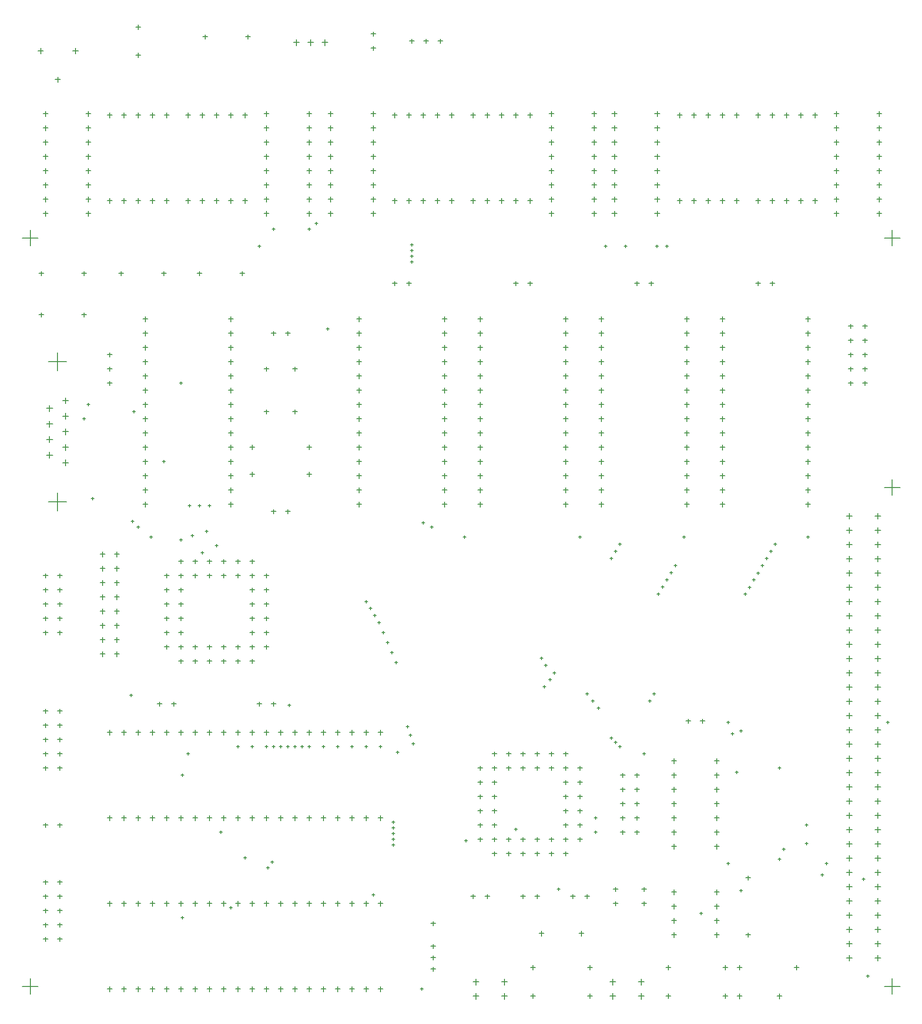
<source format=gbr>
From a29b4fd588d6f3136bfef0d5dc1ee40ead328b15 Mon Sep 17 00:00:00 2001
From: Nao Pross <naopross@thearcway.org>
Date: Tue, 23 May 2017 11:51:48 +0200
Subject: board complete, generate gerber (x2) files

this is probably the last commit before printing the PCB, unless there are some
other errors in the board design
---
 .../GerberX2/MainBoard_Drillmap_1.gbr              | 3432 ++++++++++++++++++++
 1 file changed, 3432 insertions(+)
 create mode 100644 hw/Project Outputs for z80uPC/GerberX2/MainBoard_Drillmap_1.gbr

(limited to 'hw/Project Outputs for z80uPC/GerberX2/MainBoard_Drillmap_1.gbr')

diff --git a/hw/Project Outputs for z80uPC/GerberX2/MainBoard_Drillmap_1.gbr b/hw/Project Outputs for z80uPC/GerberX2/MainBoard_Drillmap_1.gbr
new file mode 100644
index 0000000..8d7ad01
--- /dev/null
+++ b/hw/Project Outputs for z80uPC/GerberX2/MainBoard_Drillmap_1.gbr	
@@ -0,0 +1,3432 @@
+G04 Layer_Color=128*
+%FSLAX26Y26*%
+%MOIN*%
+%TF.FileFunction,Drillmap*%
+%TF.Part,Single*%
+G01*
+G75*
+%TA.AperFunction,NonConductor*%
+%ADD87C,0.005000*%
+D87*
+X195591Y6780630D02*
+X234961D01*
+X215276Y6760945D02*
+Y6800315D01*
+X439685Y6780787D02*
+X479055D01*
+X459370Y6761102D02*
+Y6800472D01*
+X315315Y6580000D02*
+X354685D01*
+X335000Y6560315D02*
+Y6599685D01*
+X269842Y4601929D02*
+X398189D01*
+X334016Y4537756D02*
+Y4666102D01*
+X269842Y3618071D02*
+X398189D01*
+X334016Y3553898D02*
+Y3682244D01*
+X368465Y3891890D02*
+X411378D01*
+X389921Y3870433D02*
+Y3913346D01*
+X256654Y3946417D02*
+X299567D01*
+X278110Y3924961D02*
+Y3967874D01*
+X368465Y4000945D02*
+X411378D01*
+X389921Y3979488D02*
+Y4022401D01*
+X256654Y4055472D02*
+X299567D01*
+X278110Y4034016D02*
+Y4076929D01*
+X368465Y4110000D02*
+X411378D01*
+X389921Y4088543D02*
+Y4131457D01*
+X256654Y4164528D02*
+X299567D01*
+X278110Y4143071D02*
+Y4185984D01*
+X368465Y4219055D02*
+X411378D01*
+X389921Y4197598D02*
+Y4240512D01*
+X256654Y4273583D02*
+X299567D01*
+X278110Y4252126D02*
+Y4295039D01*
+X368465Y4328110D02*
+X411378D01*
+X389921Y4306653D02*
+Y4349567D01*
+X3653268Y150000D02*
+X3686732D01*
+X3670000Y133268D02*
+Y166732D01*
+X4053268Y150000D02*
+X4086732D01*
+X4070000Y133268D02*
+Y166732D01*
+X5003268Y150000D02*
+X5036732D01*
+X5020000Y133268D02*
+Y166732D01*
+X4603268Y150000D02*
+X4636732D01*
+X4620000Y133268D02*
+Y166732D01*
+X5382047Y150000D02*
+X5417480D01*
+X5399764Y132284D02*
+Y167716D01*
+X5102520Y150000D02*
+X5137953D01*
+X5120236Y132284D02*
+Y167716D01*
+X3653268Y350000D02*
+X3686732D01*
+X3670000Y333268D02*
+Y366732D01*
+X4053268Y350000D02*
+X4086732D01*
+X4070000Y333268D02*
+Y366732D01*
+X5003268Y350000D02*
+X5036732D01*
+X5020000Y333268D02*
+Y366732D01*
+X4603268Y350000D02*
+X4636732D01*
+X4620000Y333268D02*
+Y366732D01*
+X3584252Y850000D02*
+X3615748D01*
+X3600000Y834252D02*
+Y865748D01*
+X3684252Y850000D02*
+X3715748D01*
+X3700000Y834252D02*
+Y865748D01*
+X3448347Y250000D02*
+X3491653D01*
+X3470000Y228346D02*
+Y271654D01*
+X3248347Y250000D02*
+X3291653D01*
+X3270000Y228346D02*
+Y271654D01*
+X3248347Y150000D02*
+X3291653D01*
+X3270000Y128346D02*
+Y171654D01*
+X3448347Y150000D02*
+X3491653D01*
+X3470000Y128346D02*
+Y171654D01*
+X4234252Y900000D02*
+X4265748D01*
+X4250000Y884252D02*
+Y915748D01*
+X4234252Y800000D02*
+X4265748D01*
+X4250000Y784252D02*
+Y815748D01*
+X5503268Y350000D02*
+X5536732D01*
+X5520000Y333268D02*
+Y366732D01*
+X5103268Y350000D02*
+X5136732D01*
+X5120000Y333268D02*
+Y366732D01*
+X4434252Y800000D02*
+X4465748D01*
+X4450000Y784252D02*
+Y815748D01*
+X4434252Y900000D02*
+X4465748D01*
+X4450000Y884252D02*
+Y915748D01*
+X1134252Y2200000D02*
+X1165748D01*
+X1150000Y2184252D02*
+Y2215748D01*
+X1034252Y2200000D02*
+X1065748D01*
+X1050000Y2184252D02*
+Y2215748D01*
+X3334252Y850000D02*
+X3365748D01*
+X3350000Y834252D02*
+Y865748D01*
+X3234252Y850000D02*
+X3265748D01*
+X3250000Y834252D02*
+Y865748D01*
+X4484252Y5150000D02*
+X4515748D01*
+X4500000Y5134252D02*
+Y5165748D01*
+X4384252Y5150000D02*
+X4415748D01*
+X4400000Y5134252D02*
+Y5165748D01*
+X2784252Y5150000D02*
+X2815748D01*
+X2800000Y5134252D02*
+Y5165748D01*
+X2684252Y5150000D02*
+X2715748D01*
+X2700000Y5134252D02*
+Y5165748D01*
+X3634252Y5150000D02*
+X3665748D01*
+X3650000Y5134252D02*
+Y5165748D01*
+X3534252Y5150000D02*
+X3565748D01*
+X3550000Y5134252D02*
+Y5165748D01*
+X1834252Y2200000D02*
+X1865748D01*
+X1850000Y2184252D02*
+Y2215748D01*
+X1734252Y2200000D02*
+X1765748D01*
+X1750000Y2184252D02*
+Y2215748D01*
+X4744252Y2080000D02*
+X4775748D01*
+X4760000Y2064252D02*
+Y2095748D01*
+X4844252Y2080000D02*
+X4875748D01*
+X4860000Y2064252D02*
+Y2095748D01*
+X3934252Y850000D02*
+X3965748D01*
+X3950000Y834252D02*
+Y865748D01*
+X4034252Y850000D02*
+X4065748D01*
+X4050000Y834252D02*
+Y865748D01*
+X234252Y1350000D02*
+X265748D01*
+X250000Y1334252D02*
+Y1365748D01*
+X5334252Y5150000D02*
+X5365748D01*
+X5350000Y5134252D02*
+Y5165748D01*
+X5234252Y5150000D02*
+X5265748D01*
+X5250000Y5134252D02*
+Y5165748D01*
+X1934252Y3550000D02*
+X1965748D01*
+X1950000Y3534252D02*
+Y3565748D01*
+X1834252Y3550000D02*
+X1865748D01*
+X1850000Y3534252D02*
+Y3565748D01*
+X4132283Y4900000D02*
+X4167717D01*
+X4150000Y4882283D02*
+Y4917717D01*
+X4132283Y4800000D02*
+X4167717D01*
+X4150000Y4782283D02*
+Y4817717D01*
+X4132283Y4700000D02*
+X4167717D01*
+X4150000Y4682283D02*
+Y4717717D01*
+X4132283Y4600000D02*
+X4167717D01*
+X4150000Y4582283D02*
+Y4617717D01*
+X4132283Y4500000D02*
+X4167717D01*
+X4150000Y4482283D02*
+Y4517717D01*
+X4132283Y4400000D02*
+X4167717D01*
+X4150000Y4382283D02*
+Y4417717D01*
+X4132283Y4300000D02*
+X4167717D01*
+X4150000Y4282283D02*
+Y4317717D01*
+X4132283Y4200000D02*
+X4167717D01*
+X4150000Y4182283D02*
+Y4217717D01*
+X4132283Y4100000D02*
+X4167717D01*
+X4150000Y4082284D02*
+Y4117717D01*
+X4132283Y4000000D02*
+X4167717D01*
+X4150000Y3982284D02*
+Y4017716D01*
+X4132283Y3900000D02*
+X4167717D01*
+X4150000Y3882284D02*
+Y3917716D01*
+X4132283Y3800000D02*
+X4167717D01*
+X4150000Y3782284D02*
+Y3817716D01*
+X4132283Y3700000D02*
+X4167717D01*
+X4150000Y3682284D02*
+Y3717716D01*
+X4132283Y3600000D02*
+X4167717D01*
+X4150000Y3582284D02*
+Y3617716D01*
+X4732283Y4900000D02*
+X4767717D01*
+X4750000Y4882283D02*
+Y4917717D01*
+X4732283Y4800000D02*
+X4767717D01*
+X4750000Y4782283D02*
+Y4817717D01*
+X4732283Y4700000D02*
+X4767717D01*
+X4750000Y4682283D02*
+Y4717717D01*
+X4732283Y4600000D02*
+X4767717D01*
+X4750000Y4582283D02*
+Y4617717D01*
+X4732283Y4500000D02*
+X4767717D01*
+X4750000Y4482283D02*
+Y4517717D01*
+X4732283Y4400000D02*
+X4767717D01*
+X4750000Y4382283D02*
+Y4417717D01*
+X4732283Y4300000D02*
+X4767717D01*
+X4750000Y4282283D02*
+Y4317717D01*
+X4732283Y4200000D02*
+X4767717D01*
+X4750000Y4182283D02*
+Y4217717D01*
+X4732283Y4100000D02*
+X4767717D01*
+X4750000Y4082284D02*
+Y4117717D01*
+X4732283Y4000000D02*
+X4767717D01*
+X4750000Y3982284D02*
+Y4017716D01*
+X4732283Y3900000D02*
+X4767717D01*
+X4750000Y3882284D02*
+Y3917716D01*
+X4732283Y3800000D02*
+X4767717D01*
+X4750000Y3782284D02*
+Y3817716D01*
+X4732283Y3700000D02*
+X4767717D01*
+X4750000Y3682284D02*
+Y3717716D01*
+X4732283Y3600000D02*
+X4767717D01*
+X4750000Y3582284D02*
+Y3617716D01*
+X2432284Y4900000D02*
+X2467716D01*
+X2450000Y4882283D02*
+Y4917717D01*
+X2432284Y4800000D02*
+X2467716D01*
+X2450000Y4782283D02*
+Y4817717D01*
+X2432284Y4700000D02*
+X2467716D01*
+X2450000Y4682283D02*
+Y4717717D01*
+X2432284Y4600000D02*
+X2467716D01*
+X2450000Y4582283D02*
+Y4617717D01*
+X2432284Y4500000D02*
+X2467716D01*
+X2450000Y4482283D02*
+Y4517717D01*
+X2432284Y4400000D02*
+X2467716D01*
+X2450000Y4382283D02*
+Y4417717D01*
+X2432284Y4300000D02*
+X2467716D01*
+X2450000Y4282283D02*
+Y4317717D01*
+X2432284Y4200000D02*
+X2467716D01*
+X2450000Y4182283D02*
+Y4217717D01*
+X2432284Y4100000D02*
+X2467716D01*
+X2450000Y4082284D02*
+Y4117717D01*
+X2432284Y4000000D02*
+X2467716D01*
+X2450000Y3982284D02*
+Y4017716D01*
+X2432284Y3900000D02*
+X2467716D01*
+X2450000Y3882284D02*
+Y3917716D01*
+X2432284Y3800000D02*
+X2467716D01*
+X2450000Y3782284D02*
+Y3817716D01*
+X2432284Y3700000D02*
+X2467716D01*
+X2450000Y3682284D02*
+Y3717716D01*
+X2432284Y3600000D02*
+X2467716D01*
+X2450000Y3582284D02*
+Y3617716D01*
+X3032284Y4900000D02*
+X3067716D01*
+X3050000Y4882283D02*
+Y4917717D01*
+X3032284Y4800000D02*
+X3067716D01*
+X3050000Y4782283D02*
+Y4817717D01*
+X3032284Y4700000D02*
+X3067716D01*
+X3050000Y4682283D02*
+Y4717717D01*
+X3032284Y4600000D02*
+X3067716D01*
+X3050000Y4582283D02*
+Y4617717D01*
+X3032284Y4500000D02*
+X3067716D01*
+X3050000Y4482283D02*
+Y4517717D01*
+X3032284Y4400000D02*
+X3067716D01*
+X3050000Y4382283D02*
+Y4417717D01*
+X3032284Y4300000D02*
+X3067716D01*
+X3050000Y4282283D02*
+Y4317717D01*
+X3032284Y4200000D02*
+X3067716D01*
+X3050000Y4182283D02*
+Y4217717D01*
+X3032284Y4100000D02*
+X3067716D01*
+X3050000Y4082284D02*
+Y4117717D01*
+X3032284Y4000000D02*
+X3067716D01*
+X3050000Y3982284D02*
+Y4017716D01*
+X3032284Y3900000D02*
+X3067716D01*
+X3050000Y3882284D02*
+Y3917716D01*
+X3032284Y3800000D02*
+X3067716D01*
+X3050000Y3782284D02*
+Y3817716D01*
+X3032284Y3700000D02*
+X3067716D01*
+X3050000Y3682284D02*
+Y3717716D01*
+X3032284Y3600000D02*
+X3067716D01*
+X3050000Y3582284D02*
+Y3617716D01*
+X1384252Y2600000D02*
+X1415748D01*
+X1400000Y2584252D02*
+Y2615748D01*
+X1484252Y2500000D02*
+X1515748D01*
+X1500000Y2484252D02*
+Y2515748D01*
+X1484252Y2600000D02*
+X1515748D01*
+X1500000Y2584252D02*
+Y2615748D01*
+X1584252Y2500000D02*
+X1615748D01*
+X1600000Y2484252D02*
+Y2515748D01*
+X1584252Y2600000D02*
+X1615748D01*
+X1600000Y2584252D02*
+Y2615748D01*
+X1684252Y2500000D02*
+X1715748D01*
+X1700000Y2484252D02*
+Y2515748D01*
+X1784252Y2600000D02*
+X1815748D01*
+X1800000Y2584252D02*
+Y2615748D01*
+X1684252Y2600000D02*
+X1715748D01*
+X1700000Y2584252D02*
+Y2615748D01*
+X1784252Y2700000D02*
+X1815748D01*
+X1800000Y2684252D02*
+Y2715748D01*
+X1684252Y2700000D02*
+X1715748D01*
+X1700000Y2684252D02*
+Y2715748D01*
+X1784252Y2800000D02*
+X1815748D01*
+X1800000Y2784252D02*
+Y2815748D01*
+X1684252Y2800000D02*
+X1715748D01*
+X1700000Y2784252D02*
+Y2815748D01*
+X1784252Y2900000D02*
+X1815748D01*
+X1800000Y2884252D02*
+Y2915748D01*
+X1684252Y2900000D02*
+X1715748D01*
+X1700000Y2884252D02*
+Y2915748D01*
+X1784252Y3000000D02*
+X1815748D01*
+X1800000Y2984252D02*
+Y3015748D01*
+X1684252Y3000000D02*
+X1715748D01*
+X1700000Y2984252D02*
+Y3015748D01*
+X1784252Y3100000D02*
+X1815748D01*
+X1800000Y3084252D02*
+Y3115748D01*
+X1684252Y3200000D02*
+X1715748D01*
+X1700000Y3184252D02*
+Y3215748D01*
+X1684252Y3100000D02*
+X1715748D01*
+X1700000Y3084252D02*
+Y3115748D01*
+X1584252Y3200000D02*
+X1615748D01*
+X1600000Y3184252D02*
+Y3215748D01*
+X1584252Y3100000D02*
+X1615748D01*
+X1600000Y3084252D02*
+Y3115748D01*
+X1484252Y3200000D02*
+X1515748D01*
+X1500000Y3184252D02*
+Y3215748D01*
+X1484252Y3100000D02*
+X1515748D01*
+X1500000Y3084252D02*
+Y3115748D01*
+X1384252Y3200000D02*
+X1415748D01*
+X1400000Y3184252D02*
+Y3215748D01*
+X1384252Y3100000D02*
+X1415748D01*
+X1400000Y3084252D02*
+Y3115748D01*
+X1184252Y3000000D02*
+X1215748D01*
+X1200000Y2984252D02*
+Y3015748D01*
+X1184252Y2900000D02*
+X1215748D01*
+X1200000Y2884252D02*
+Y2915748D01*
+X1184252Y3100000D02*
+X1215748D01*
+X1200000Y3084252D02*
+Y3115748D01*
+X1284252Y3200000D02*
+X1315748D01*
+X1300000Y3184252D02*
+Y3215748D01*
+X1284252Y3100000D02*
+X1315748D01*
+X1300000Y3084252D02*
+Y3115748D01*
+X1184252Y3200000D02*
+X1215748D01*
+X1200000Y3184252D02*
+Y3215748D01*
+X1284252Y2600000D02*
+X1315748D01*
+X1300000Y2584252D02*
+Y2615748D01*
+X1084252Y3100000D02*
+X1115748D01*
+X1100000Y3084252D02*
+Y3115748D01*
+X1284252Y2500000D02*
+X1315748D01*
+X1300000Y2484252D02*
+Y2515748D01*
+X1084252Y3000000D02*
+X1115748D01*
+X1100000Y2984252D02*
+Y3015748D01*
+X1084252Y2900000D02*
+X1115748D01*
+X1100000Y2884252D02*
+Y2915748D01*
+X1184252Y2800000D02*
+X1215748D01*
+X1200000Y2784252D02*
+Y2815748D01*
+X1184252Y2700000D02*
+X1215748D01*
+X1200000Y2684252D02*
+Y2715748D01*
+X1084252Y2800000D02*
+X1115748D01*
+X1100000Y2784252D02*
+Y2815748D01*
+X1184252Y2600000D02*
+X1215748D01*
+X1200000Y2584252D02*
+Y2615748D01*
+X1084252Y2700000D02*
+X1115748D01*
+X1100000Y2684252D02*
+Y2715748D01*
+X1084252Y2600000D02*
+X1115748D01*
+X1100000Y2584252D02*
+Y2615748D01*
+X1184252Y2500000D02*
+X1215748D01*
+X1200000Y2484252D02*
+Y2515748D01*
+X1384252Y2500000D02*
+X1415748D01*
+X1400000Y2484252D02*
+Y2515748D01*
+X1314252Y5220000D02*
+X1345748D01*
+X1330000Y5204252D02*
+Y5235748D01*
+X1614252Y5220000D02*
+X1645748D01*
+X1630000Y5204252D02*
+Y5235748D01*
+X764252Y5220000D02*
+X795748D01*
+X780000Y5204252D02*
+Y5235748D01*
+X1064252Y5220000D02*
+X1095748D01*
+X1080000Y5204252D02*
+Y5235748D01*
+X4982283Y4900000D02*
+X5017717D01*
+X5000000Y4882283D02*
+Y4917717D01*
+X4982283Y4800000D02*
+X5017717D01*
+X5000000Y4782283D02*
+Y4817717D01*
+X4982283Y4700000D02*
+X5017717D01*
+X5000000Y4682283D02*
+Y4717717D01*
+X4982283Y4600000D02*
+X5017717D01*
+X5000000Y4582283D02*
+Y4617717D01*
+X4982283Y4500000D02*
+X5017717D01*
+X5000000Y4482283D02*
+Y4517717D01*
+X4982283Y4400000D02*
+X5017717D01*
+X5000000Y4382283D02*
+Y4417717D01*
+X4982283Y4300000D02*
+X5017717D01*
+X5000000Y4282283D02*
+Y4317717D01*
+X4982283Y4200000D02*
+X5017717D01*
+X5000000Y4182283D02*
+Y4217717D01*
+X4982283Y4100000D02*
+X5017717D01*
+X5000000Y4082284D02*
+Y4117717D01*
+X4982283Y4000000D02*
+X5017717D01*
+X5000000Y3982284D02*
+Y4017716D01*
+X4982283Y3900000D02*
+X5017717D01*
+X5000000Y3882284D02*
+Y3917716D01*
+X4982283Y3800000D02*
+X5017717D01*
+X5000000Y3782284D02*
+Y3817716D01*
+X4982283Y3700000D02*
+X5017717D01*
+X5000000Y3682284D02*
+Y3717716D01*
+X4982283Y3600000D02*
+X5017717D01*
+X5000000Y3582284D02*
+Y3617716D01*
+X5582283Y4900000D02*
+X5617717D01*
+X5600000Y4882283D02*
+Y4917717D01*
+X5582283Y4800000D02*
+X5617717D01*
+X5600000Y4782283D02*
+Y4817717D01*
+X5582283Y4700000D02*
+X5617717D01*
+X5600000Y4682283D02*
+Y4717717D01*
+X5582283Y4600000D02*
+X5617717D01*
+X5600000Y4582283D02*
+Y4617717D01*
+X5582283Y4500000D02*
+X5617717D01*
+X5600000Y4482283D02*
+Y4517717D01*
+X5582283Y4400000D02*
+X5617717D01*
+X5600000Y4382283D02*
+Y4417717D01*
+X5582283Y4300000D02*
+X5617717D01*
+X5600000Y4282283D02*
+Y4317717D01*
+X5582283Y4200000D02*
+X5617717D01*
+X5600000Y4182283D02*
+Y4217717D01*
+X5582283Y4100000D02*
+X5617717D01*
+X5600000Y4082284D02*
+Y4117717D01*
+X5582283Y4000000D02*
+X5617717D01*
+X5600000Y3982284D02*
+Y4017716D01*
+X5582283Y3900000D02*
+X5617717D01*
+X5600000Y3882284D02*
+Y3917716D01*
+X5582283Y3800000D02*
+X5617717D01*
+X5600000Y3782284D02*
+Y3817716D01*
+X5582283Y3700000D02*
+X5617717D01*
+X5600000Y3682284D02*
+Y3717716D01*
+X5582283Y3600000D02*
+X5617717D01*
+X5600000Y3582284D02*
+Y3617716D01*
+X504252Y5220000D02*
+X535748D01*
+X520000Y5204252D02*
+Y5235748D01*
+X204252Y5220000D02*
+X235748D01*
+X220000Y5204252D02*
+Y5235748D01*
+X204252Y4930000D02*
+X235748D01*
+X220000Y4914252D02*
+Y4945748D01*
+X504252Y4930000D02*
+X535748D01*
+X520000Y4914252D02*
+Y4945748D01*
+X684252Y4450000D02*
+X715748D01*
+X700000Y4434252D02*
+Y4465748D01*
+X684252Y4550000D02*
+X715748D01*
+X700000Y4534252D02*
+Y4565748D01*
+X684252Y4650000D02*
+X715748D01*
+X700000Y4634252D02*
+Y4665748D01*
+X334252Y2700000D02*
+X365748D01*
+X350000Y2684252D02*
+Y2715748D01*
+X234252Y2700000D02*
+X265748D01*
+X250000Y2684252D02*
+Y2715748D01*
+X334252Y2800000D02*
+X365748D01*
+X350000Y2784252D02*
+Y2815748D01*
+X234252Y2800000D02*
+X265748D01*
+X250000Y2784252D02*
+Y2815748D01*
+X334252Y2900000D02*
+X365748D01*
+X350000Y2884252D02*
+Y2915748D01*
+X234252Y2900000D02*
+X265748D01*
+X250000Y2884252D02*
+Y2915748D01*
+X334252Y3000000D02*
+X365748D01*
+X350000Y2984252D02*
+Y3015748D01*
+X234252Y3000000D02*
+X265748D01*
+X250000Y2984252D02*
+Y3015748D01*
+X334252Y3100000D02*
+X365748D01*
+X350000Y3084252D02*
+Y3115748D01*
+X234252Y3100000D02*
+X265748D01*
+X250000Y3084252D02*
+Y3115748D01*
+X2582284Y800000D02*
+X2617716D01*
+X2600000Y782284D02*
+Y817716D01*
+X2482284Y800000D02*
+X2517716D01*
+X2500000Y782284D02*
+Y817716D01*
+X2382284Y800000D02*
+X2417716D01*
+X2400000Y782284D02*
+Y817716D01*
+X2282284Y800000D02*
+X2317716D01*
+X2300000Y782284D02*
+Y817716D01*
+X2182284Y800000D02*
+X2217716D01*
+X2200000Y782284D02*
+Y817716D01*
+X2082284Y800000D02*
+X2117716D01*
+X2100000Y782284D02*
+Y817716D01*
+X1982284Y800000D02*
+X2017716D01*
+X2000000Y782284D02*
+Y817716D01*
+X1882284Y800000D02*
+X1917716D01*
+X1900000Y782284D02*
+Y817716D01*
+X1782284Y800000D02*
+X1817716D01*
+X1800000Y782284D02*
+Y817716D01*
+X1682284Y800000D02*
+X1717716D01*
+X1700000Y782284D02*
+Y817716D01*
+X1582284Y800000D02*
+X1617716D01*
+X1600000Y782284D02*
+Y817716D01*
+X1482284Y800000D02*
+X1517716D01*
+X1500000Y782284D02*
+Y817716D01*
+X1382284Y800000D02*
+X1417716D01*
+X1400000Y782284D02*
+Y817716D01*
+X1282284Y800000D02*
+X1317716D01*
+X1300000Y782284D02*
+Y817716D01*
+X1182284Y800000D02*
+X1217716D01*
+X1200000Y782284D02*
+Y817716D01*
+X1082284Y800000D02*
+X1117716D01*
+X1100000Y782284D02*
+Y817716D01*
+X982284Y800000D02*
+X1017716D01*
+X1000000Y782284D02*
+Y817716D01*
+X882284Y800000D02*
+X917716D01*
+X900000Y782284D02*
+Y817716D01*
+X782284Y800000D02*
+X817716D01*
+X800000Y782284D02*
+Y817716D01*
+X682284Y800000D02*
+X717716D01*
+X700000Y782284D02*
+Y817716D01*
+X2582284Y200000D02*
+X2617716D01*
+X2600000Y182284D02*
+Y217716D01*
+X2482284Y200000D02*
+X2517716D01*
+X2500000Y182284D02*
+Y217716D01*
+X2382284Y200000D02*
+X2417716D01*
+X2400000Y182284D02*
+Y217716D01*
+X2282284Y200000D02*
+X2317716D01*
+X2300000Y182284D02*
+Y217716D01*
+X2182284Y200000D02*
+X2217716D01*
+X2200000Y182284D02*
+Y217716D01*
+X2082284Y200000D02*
+X2117716D01*
+X2100000Y182284D02*
+Y217716D01*
+X1982284Y200000D02*
+X2017716D01*
+X2000000Y182284D02*
+Y217716D01*
+X1882284Y200000D02*
+X1917716D01*
+X1900000Y182284D02*
+Y217716D01*
+X1782284Y200000D02*
+X1817716D01*
+X1800000Y182284D02*
+Y217716D01*
+X1682284Y200000D02*
+X1717716D01*
+X1700000Y182284D02*
+Y217716D01*
+X1582284Y200000D02*
+X1617716D01*
+X1600000Y182284D02*
+Y217716D01*
+X1482284Y200000D02*
+X1517716D01*
+X1500000Y182284D02*
+Y217716D01*
+X1382284Y200000D02*
+X1417716D01*
+X1400000Y182284D02*
+Y217716D01*
+X1282284Y200000D02*
+X1317716D01*
+X1300000Y182284D02*
+Y217716D01*
+X1182284Y200000D02*
+X1217716D01*
+X1200000Y182284D02*
+Y217716D01*
+X1082284Y200000D02*
+X1117716D01*
+X1100000Y182284D02*
+Y217716D01*
+X982284Y200000D02*
+X1017716D01*
+X1000000Y182284D02*
+Y217716D01*
+X882284Y200000D02*
+X917716D01*
+X900000Y182284D02*
+Y217716D01*
+X782284Y200000D02*
+X817716D01*
+X800000Y182284D02*
+Y217716D01*
+X682284Y200000D02*
+X717716D01*
+X700000Y182284D02*
+Y217716D01*
+X234252Y2150000D02*
+X265748D01*
+X250000Y2134252D02*
+Y2165748D01*
+X334252Y2150000D02*
+X365748D01*
+X350000Y2134252D02*
+Y2165748D01*
+X234252Y2050000D02*
+X265748D01*
+X250000Y2034252D02*
+Y2065748D01*
+X334252Y2050000D02*
+X365748D01*
+X350000Y2034252D02*
+Y2065748D01*
+X234252Y1950000D02*
+X265748D01*
+X250000Y1934252D02*
+Y1965748D01*
+X334252Y1950000D02*
+X365748D01*
+X350000Y1934252D02*
+Y1965748D01*
+X234252Y1850000D02*
+X265748D01*
+X250000Y1834252D02*
+Y1865748D01*
+X334252Y1850000D02*
+X365748D01*
+X350000Y1834252D02*
+Y1865748D01*
+X234252Y1750000D02*
+X265748D01*
+X250000Y1734252D02*
+Y1765748D01*
+X334252Y1750000D02*
+X365748D01*
+X350000Y1734252D02*
+Y1765748D01*
+X234252Y950000D02*
+X265748D01*
+X250000Y934252D02*
+Y965748D01*
+X334252Y950000D02*
+X365748D01*
+X350000Y934252D02*
+Y965748D01*
+X234252Y850000D02*
+X265748D01*
+X250000Y834252D02*
+Y865748D01*
+X334252Y850000D02*
+X365748D01*
+X350000Y834252D02*
+Y865748D01*
+X234252Y750000D02*
+X265748D01*
+X250000Y734252D02*
+Y765748D01*
+X334252Y750000D02*
+X365748D01*
+X350000Y734252D02*
+Y765748D01*
+X234252Y650000D02*
+X265748D01*
+X250000Y634252D02*
+Y665748D01*
+X334252Y650000D02*
+X365748D01*
+X350000Y634252D02*
+Y665748D01*
+X234252Y550000D02*
+X265748D01*
+X250000Y534252D02*
+Y565748D01*
+X334252Y550000D02*
+X365748D01*
+X350000Y534252D02*
+Y565748D01*
+X6082283Y5640000D02*
+X6117717D01*
+X6100000Y5622283D02*
+Y5657717D01*
+X6082283Y5740000D02*
+X6117717D01*
+X6100000Y5722283D02*
+Y5757717D01*
+X6082283Y5840000D02*
+X6117717D01*
+X6100000Y5822283D02*
+Y5857717D01*
+X6082283Y5940000D02*
+X6117717D01*
+X6100000Y5922283D02*
+Y5957717D01*
+X6082283Y6040000D02*
+X6117717D01*
+X6100000Y6022283D02*
+Y6057717D01*
+X6082283Y6140000D02*
+X6117717D01*
+X6100000Y6122283D02*
+Y6157717D01*
+X6082283Y6240000D02*
+X6117717D01*
+X6100000Y6222283D02*
+Y6257717D01*
+X6082283Y6340000D02*
+X6117717D01*
+X6100000Y6322283D02*
+Y6357717D01*
+X5782283Y5640000D02*
+X5817717D01*
+X5800000Y5622283D02*
+Y5657717D01*
+X5782283Y5740000D02*
+X5817717D01*
+X5800000Y5722283D02*
+Y5757717D01*
+X5782283Y5840000D02*
+X5817717D01*
+X5800000Y5822283D02*
+Y5857717D01*
+X5782283Y5940000D02*
+X5817717D01*
+X5800000Y5922283D02*
+Y5957717D01*
+X5782283Y6040000D02*
+X5817717D01*
+X5800000Y6022283D02*
+Y6057717D01*
+X5782283Y6140000D02*
+X5817717D01*
+X5800000Y6122283D02*
+Y6157717D01*
+X5782283Y6240000D02*
+X5817717D01*
+X5800000Y6222283D02*
+Y6257717D01*
+X5782283Y6340000D02*
+X5817717D01*
+X5800000Y6322283D02*
+Y6357717D01*
+X5232283Y5730000D02*
+X5267717D01*
+X5250000Y5712283D02*
+Y5747717D01*
+X5332283Y5730000D02*
+X5367717D01*
+X5350000Y5712283D02*
+Y5747717D01*
+X5432283Y5730000D02*
+X5467717D01*
+X5450000Y5712283D02*
+Y5747717D01*
+X5532283Y5730000D02*
+X5567717D01*
+X5550000Y5712283D02*
+Y5747717D01*
+X5632283Y5730000D02*
+X5667717D01*
+X5650000Y5712283D02*
+Y5747717D01*
+X5232283Y6330000D02*
+X5267717D01*
+X5250000Y6312283D02*
+Y6347717D01*
+X5332283Y6330000D02*
+X5367717D01*
+X5350000Y6312283D02*
+Y6347717D01*
+X5432283Y6330000D02*
+X5467717D01*
+X5450000Y6312283D02*
+Y6347717D01*
+X5532283Y6330000D02*
+X5567717D01*
+X5550000Y6312283D02*
+Y6347717D01*
+X5632283Y6330000D02*
+X5667717D01*
+X5650000Y6312283D02*
+Y6347717D01*
+X4524045Y5640000D02*
+X4559478D01*
+X4541762Y5622283D02*
+Y5657717D01*
+X4524045Y5740000D02*
+X4559478D01*
+X4541762Y5722283D02*
+Y5757717D01*
+X4524045Y5840000D02*
+X4559478D01*
+X4541762Y5822283D02*
+Y5857717D01*
+X4524045Y5940000D02*
+X4559478D01*
+X4541762Y5922283D02*
+Y5957717D01*
+X4524045Y6040000D02*
+X4559478D01*
+X4541762Y6022283D02*
+Y6057717D01*
+X4524045Y6140000D02*
+X4559478D01*
+X4541762Y6122283D02*
+Y6157717D01*
+X4524045Y6240000D02*
+X4559478D01*
+X4541762Y6222283D02*
+Y6257717D01*
+X4524045Y6340000D02*
+X4559478D01*
+X4541762Y6322283D02*
+Y6357717D01*
+X4224045Y5640000D02*
+X4259478D01*
+X4241762Y5622283D02*
+Y5657717D01*
+X4224045Y5740000D02*
+X4259478D01*
+X4241762Y5722283D02*
+Y5757717D01*
+X4224045Y5840000D02*
+X4259478D01*
+X4241762Y5822283D02*
+Y5857717D01*
+X4224045Y5940000D02*
+X4259478D01*
+X4241762Y5922283D02*
+Y5957717D01*
+X4224045Y6040000D02*
+X4259478D01*
+X4241762Y6022283D02*
+Y6057717D01*
+X4224045Y6140000D02*
+X4259478D01*
+X4241762Y6122283D02*
+Y6157717D01*
+X4224045Y6240000D02*
+X4259478D01*
+X4241762Y6222283D02*
+Y6257717D01*
+X4224045Y6340000D02*
+X4259478D01*
+X4241762Y6322283D02*
+Y6357717D01*
+X4682283Y5730000D02*
+X4717717D01*
+X4700000Y5712283D02*
+Y5747717D01*
+X4782283Y5730000D02*
+X4817717D01*
+X4800000Y5712283D02*
+Y5747717D01*
+X4882283Y5730000D02*
+X4917717D01*
+X4900000Y5712283D02*
+Y5747717D01*
+X4982283Y5730000D02*
+X5017717D01*
+X5000000Y5712283D02*
+Y5747717D01*
+X5082283Y5730000D02*
+X5117717D01*
+X5100000Y5712283D02*
+Y5747717D01*
+X4682283Y6330000D02*
+X4717717D01*
+X4700000Y6312283D02*
+Y6347717D01*
+X4782283Y6330000D02*
+X4817717D01*
+X4800000Y6312283D02*
+Y6347717D01*
+X4882283Y6330000D02*
+X4917717D01*
+X4900000Y6312283D02*
+Y6347717D01*
+X4982283Y6330000D02*
+X5017717D01*
+X5000000Y6312283D02*
+Y6347717D01*
+X5082283Y6330000D02*
+X5117717D01*
+X5100000Y6312283D02*
+Y6347717D01*
+X2082284Y5640000D02*
+X2117716D01*
+X2100000Y5622283D02*
+Y5657717D01*
+X2082284Y5740000D02*
+X2117716D01*
+X2100000Y5722283D02*
+Y5757717D01*
+X2082284Y5840000D02*
+X2117716D01*
+X2100000Y5822283D02*
+Y5857717D01*
+X2082284Y5940000D02*
+X2117716D01*
+X2100000Y5922283D02*
+Y5957717D01*
+X2082284Y6040000D02*
+X2117716D01*
+X2100000Y6022283D02*
+Y6057717D01*
+X2082284Y6140000D02*
+X2117716D01*
+X2100000Y6122283D02*
+Y6157717D01*
+X2082284Y6240000D02*
+X2117716D01*
+X2100000Y6222283D02*
+Y6257717D01*
+X2082284Y6340000D02*
+X2117716D01*
+X2100000Y6322283D02*
+Y6357717D01*
+X1782284Y5640000D02*
+X1817716D01*
+X1800000Y5622283D02*
+Y5657717D01*
+X1782284Y5740000D02*
+X1817716D01*
+X1800000Y5722283D02*
+Y5757717D01*
+X1782284Y5840000D02*
+X1817716D01*
+X1800000Y5822283D02*
+Y5857717D01*
+X1782284Y5940000D02*
+X1817716D01*
+X1800000Y5922283D02*
+Y5957717D01*
+X1782284Y6040000D02*
+X1817716D01*
+X1800000Y6022283D02*
+Y6057717D01*
+X1782284Y6140000D02*
+X1817716D01*
+X1800000Y6122283D02*
+Y6157717D01*
+X1782284Y6240000D02*
+X1817716D01*
+X1800000Y6222283D02*
+Y6257717D01*
+X1782284Y6340000D02*
+X1817716D01*
+X1800000Y6322283D02*
+Y6357717D01*
+X1232284Y5730000D02*
+X1267716D01*
+X1250000Y5712283D02*
+Y5747717D01*
+X1332284Y5730000D02*
+X1367716D01*
+X1350000Y5712283D02*
+Y5747717D01*
+X1432284Y5730000D02*
+X1467716D01*
+X1450000Y5712283D02*
+Y5747717D01*
+X1532284Y5730000D02*
+X1567716D01*
+X1550000Y5712283D02*
+Y5747717D01*
+X1632284Y5730000D02*
+X1667716D01*
+X1650000Y5712283D02*
+Y5747717D01*
+X1232284Y6330000D02*
+X1267716D01*
+X1250000Y6312283D02*
+Y6347717D01*
+X1332284Y6330000D02*
+X1367716D01*
+X1350000Y6312283D02*
+Y6347717D01*
+X1432284Y6330000D02*
+X1467716D01*
+X1450000Y6312283D02*
+Y6347717D01*
+X1532284Y6330000D02*
+X1567716D01*
+X1550000Y6312283D02*
+Y6347717D01*
+X1632284Y6330000D02*
+X1667716D01*
+X1650000Y6312283D02*
+Y6347717D01*
+X532284Y5640000D02*
+X567716D01*
+X550000Y5622283D02*
+Y5657717D01*
+X532284Y5740000D02*
+X567716D01*
+X550000Y5722283D02*
+Y5757717D01*
+X532284Y5840000D02*
+X567716D01*
+X550000Y5822283D02*
+Y5857717D01*
+X532284Y5940000D02*
+X567716D01*
+X550000Y5922283D02*
+Y5957717D01*
+X532284Y6040000D02*
+X567716D01*
+X550000Y6022283D02*
+Y6057717D01*
+X532284Y6140000D02*
+X567716D01*
+X550000Y6122283D02*
+Y6157717D01*
+X532284Y6240000D02*
+X567716D01*
+X550000Y6222283D02*
+Y6257717D01*
+X532284Y6340000D02*
+X567716D01*
+X550000Y6322283D02*
+Y6357717D01*
+X232284Y5640000D02*
+X267716D01*
+X250000Y5622283D02*
+Y5657717D01*
+X232284Y5740000D02*
+X267716D01*
+X250000Y5722283D02*
+Y5757717D01*
+X232284Y5840000D02*
+X267716D01*
+X250000Y5822283D02*
+Y5857717D01*
+X232284Y5940000D02*
+X267716D01*
+X250000Y5922283D02*
+Y5957717D01*
+X232284Y6040000D02*
+X267716D01*
+X250000Y6022283D02*
+Y6057717D01*
+X232284Y6140000D02*
+X267716D01*
+X250000Y6122283D02*
+Y6157717D01*
+X232284Y6240000D02*
+X267716D01*
+X250000Y6222283D02*
+Y6257717D01*
+X232284Y6340000D02*
+X267716D01*
+X250000Y6322283D02*
+Y6357717D01*
+X682284Y5730000D02*
+X717716D01*
+X700000Y5712283D02*
+Y5747717D01*
+X782284Y5730000D02*
+X817716D01*
+X800000Y5712283D02*
+Y5747717D01*
+X882284Y5730000D02*
+X917716D01*
+X900000Y5712283D02*
+Y5747717D01*
+X982284Y5730000D02*
+X1017716D01*
+X1000000Y5712283D02*
+Y5747717D01*
+X1082284Y5730000D02*
+X1117716D01*
+X1100000Y5712283D02*
+Y5747717D01*
+X682284Y6330000D02*
+X717716D01*
+X700000Y6312283D02*
+Y6347717D01*
+X782284Y6330000D02*
+X817716D01*
+X800000Y6312283D02*
+Y6347717D01*
+X882284Y6330000D02*
+X917716D01*
+X900000Y6312283D02*
+Y6347717D01*
+X982284Y6330000D02*
+X1017716D01*
+X1000000Y6312283D02*
+Y6347717D01*
+X1082284Y6330000D02*
+X1117716D01*
+X1100000Y6312283D02*
+Y6347717D01*
+X1834252Y4800000D02*
+X1865748D01*
+X1850000Y4784252D02*
+Y4815748D01*
+X1934252Y4800000D02*
+X1965748D01*
+X1950000Y4784252D02*
+Y4815748D01*
+X2083268Y4000000D02*
+X2116732D01*
+X2100000Y3983268D02*
+Y4016732D01*
+X1683268Y4000000D02*
+X1716732D01*
+X1700000Y3983268D02*
+Y4016732D01*
+X1984252Y4550000D02*
+X2015748D01*
+X2000000Y4534252D02*
+Y4565748D01*
+X1784252Y4550000D02*
+X1815748D01*
+X1800000Y4534252D02*
+Y4565748D01*
+X3232284Y5730000D02*
+X3267716D01*
+X3250000Y5712283D02*
+Y5747717D01*
+X3332284Y5730000D02*
+X3367716D01*
+X3350000Y5712283D02*
+Y5747717D01*
+X3432284Y5730000D02*
+X3467716D01*
+X3450000Y5712283D02*
+Y5747717D01*
+X3532284Y5730000D02*
+X3567716D01*
+X3550000Y5712283D02*
+Y5747717D01*
+X3632284Y5730000D02*
+X3667716D01*
+X3650000Y5712283D02*
+Y5747717D01*
+X3232284Y6330000D02*
+X3267716D01*
+X3250000Y6312283D02*
+Y6347717D01*
+X3332284Y6330000D02*
+X3367716D01*
+X3350000Y6312283D02*
+Y6347717D01*
+X3432284Y6330000D02*
+X3467716D01*
+X3450000Y6312283D02*
+Y6347717D01*
+X3532284Y6330000D02*
+X3567716D01*
+X3550000Y6312283D02*
+Y6347717D01*
+X3632284Y6330000D02*
+X3667716D01*
+X3650000Y6312283D02*
+Y6347717D01*
+X4082284Y5640000D02*
+X4117717D01*
+X4100000Y5622283D02*
+Y5657717D01*
+X4082284Y5740000D02*
+X4117717D01*
+X4100000Y5722283D02*
+Y5757717D01*
+X4082284Y5840000D02*
+X4117717D01*
+X4100000Y5822283D02*
+Y5857717D01*
+X4082284Y5940000D02*
+X4117717D01*
+X4100000Y5922283D02*
+Y5957717D01*
+X4082284Y6040000D02*
+X4117717D01*
+X4100000Y6022283D02*
+Y6057717D01*
+X4082284Y6140000D02*
+X4117717D01*
+X4100000Y6122283D02*
+Y6157717D01*
+X4082284Y6240000D02*
+X4117717D01*
+X4100000Y6222283D02*
+Y6257717D01*
+X4082284Y6340000D02*
+X4117717D01*
+X4100000Y6322283D02*
+Y6357717D01*
+X3782284Y5640000D02*
+X3817716D01*
+X3800000Y5622283D02*
+Y5657717D01*
+X3782284Y5740000D02*
+X3817716D01*
+X3800000Y5722283D02*
+Y5757717D01*
+X3782284Y5840000D02*
+X3817716D01*
+X3800000Y5822283D02*
+Y5857717D01*
+X3782284Y5940000D02*
+X3817716D01*
+X3800000Y5922283D02*
+Y5957717D01*
+X3782284Y6040000D02*
+X3817716D01*
+X3800000Y6022283D02*
+Y6057717D01*
+X3782284Y6140000D02*
+X3817716D01*
+X3800000Y6122283D02*
+Y6157717D01*
+X3782284Y6240000D02*
+X3817716D01*
+X3800000Y6222283D02*
+Y6257717D01*
+X3782284Y6340000D02*
+X3817716D01*
+X3800000Y6322283D02*
+Y6357717D01*
+X4384252Y1300000D02*
+X4415748D01*
+X4400000Y1284252D02*
+Y1315748D01*
+X4284252Y1300000D02*
+X4315748D01*
+X4300000Y1284252D02*
+Y1315748D01*
+X4384252Y1400000D02*
+X4415748D01*
+X4400000Y1384252D02*
+Y1415748D01*
+X4284252Y1400000D02*
+X4315748D01*
+X4300000Y1384252D02*
+Y1415748D01*
+X4384252Y1500000D02*
+X4415748D01*
+X4400000Y1484252D02*
+Y1515748D01*
+X4284252Y1500000D02*
+X4315748D01*
+X4300000Y1484252D02*
+Y1515748D01*
+X4384252Y1600000D02*
+X4415748D01*
+X4400000Y1584252D02*
+Y1615748D01*
+X4284252Y1600000D02*
+X4315748D01*
+X4300000Y1584252D02*
+Y1615748D01*
+X4384252Y1700000D02*
+X4415748D01*
+X4400000Y1684252D02*
+Y1715748D01*
+X4284252Y1700000D02*
+X4315748D01*
+X4300000Y1684252D02*
+Y1715748D01*
+X2532284Y5640000D02*
+X2567716D01*
+X2550000Y5622283D02*
+Y5657717D01*
+X2532284Y5740000D02*
+X2567716D01*
+X2550000Y5722283D02*
+Y5757717D01*
+X2532284Y5840000D02*
+X2567716D01*
+X2550000Y5822283D02*
+Y5857717D01*
+X2532284Y5940000D02*
+X2567716D01*
+X2550000Y5922283D02*
+Y5957717D01*
+X2532284Y6040000D02*
+X2567716D01*
+X2550000Y6022283D02*
+Y6057717D01*
+X2532284Y6140000D02*
+X2567716D01*
+X2550000Y6122283D02*
+Y6157717D01*
+X2532284Y6240000D02*
+X2567716D01*
+X2550000Y6222283D02*
+Y6257717D01*
+X2532284Y6340000D02*
+X2567716D01*
+X2550000Y6322283D02*
+Y6357717D01*
+X2232284Y5640000D02*
+X2267716D01*
+X2250000Y5622283D02*
+Y5657717D01*
+X2232284Y5740000D02*
+X2267716D01*
+X2250000Y5722283D02*
+Y5757717D01*
+X2232284Y5840000D02*
+X2267716D01*
+X2250000Y5822283D02*
+Y5857717D01*
+X2232284Y5940000D02*
+X2267716D01*
+X2250000Y5922283D02*
+Y5957717D01*
+X2232284Y6040000D02*
+X2267716D01*
+X2250000Y6022283D02*
+Y6057717D01*
+X2232284Y6140000D02*
+X2267716D01*
+X2250000Y6122283D02*
+Y6157717D01*
+X2232284Y6240000D02*
+X2267716D01*
+X2250000Y6222283D02*
+Y6257717D01*
+X2232284Y6340000D02*
+X2267716D01*
+X2250000Y6322283D02*
+Y6357717D01*
+X2682284Y5730000D02*
+X2717716D01*
+X2700000Y5712283D02*
+Y5747717D01*
+X2782284Y5730000D02*
+X2817716D01*
+X2800000Y5712283D02*
+Y5747717D01*
+X2882284Y5730000D02*
+X2917716D01*
+X2900000Y5712283D02*
+Y5747717D01*
+X2982284Y5730000D02*
+X3017716D01*
+X3000000Y5712283D02*
+Y5747717D01*
+X3082284Y5730000D02*
+X3117716D01*
+X3100000Y5712283D02*
+Y5747717D01*
+X2682284Y6330000D02*
+X2717716D01*
+X2700000Y6312283D02*
+Y6347717D01*
+X2782284Y6330000D02*
+X2817716D01*
+X2800000Y6312283D02*
+Y6347717D01*
+X2882284Y6330000D02*
+X2917716D01*
+X2900000Y6312283D02*
+Y6347717D01*
+X2982284Y6330000D02*
+X3017716D01*
+X3000000Y6312283D02*
+Y6347717D01*
+X3082284Y6330000D02*
+X3117716D01*
+X3100000Y6312283D02*
+Y6347717D01*
+X5870866Y3418504D02*
+X5910236D01*
+X5890551Y3398819D02*
+Y3438189D01*
+X5870866Y3118504D02*
+X5910236D01*
+X5890551Y3098819D02*
+Y3138189D01*
+X5870866Y2818504D02*
+X5910236D01*
+X5890551Y2798819D02*
+Y2838189D01*
+X5870866Y2518504D02*
+X5910236D01*
+X5890551Y2498819D02*
+Y2538189D01*
+X6070866Y518504D02*
+X6110236D01*
+X6090551Y498819D02*
+Y538189D01*
+X6135433Y218504D02*
+X6245669D01*
+X6190551Y163386D02*
+Y273622D01*
+X6135433Y3718504D02*
+X6245669D01*
+X6190551Y3663386D02*
+Y3773622D01*
+X5870866Y3518504D02*
+X5910236D01*
+X5890551Y3498819D02*
+Y3538189D01*
+X5870866Y3318504D02*
+X5910236D01*
+X5890551Y3298819D02*
+Y3338189D01*
+X5870866Y3218504D02*
+X5910236D01*
+X5890551Y3198819D02*
+Y3238189D01*
+X5870866Y3018504D02*
+X5910236D01*
+X5890551Y2998819D02*
+Y3038189D01*
+X5870866Y2918504D02*
+X5910236D01*
+X5890551Y2898819D02*
+Y2938189D01*
+X5870866Y2718504D02*
+X5910236D01*
+X5890551Y2698819D02*
+Y2738189D01*
+X5870866Y2618504D02*
+X5910236D01*
+X5890551Y2598819D02*
+Y2638189D01*
+X5870866Y2418504D02*
+X5910236D01*
+X5890551Y2398819D02*
+Y2438189D01*
+X6070866Y3518504D02*
+X6110236D01*
+X6090551Y3498819D02*
+Y3538189D01*
+X6070866Y3318504D02*
+X6110236D01*
+X6090551Y3298819D02*
+Y3338189D01*
+X6070866Y3218504D02*
+X6110236D01*
+X6090551Y3198819D02*
+Y3238189D01*
+X6070866Y3018504D02*
+X6110236D01*
+X6090551Y2998819D02*
+Y3038189D01*
+X6070866Y2918504D02*
+X6110236D01*
+X6090551Y2898819D02*
+Y2938189D01*
+X6070866Y2718504D02*
+X6110236D01*
+X6090551Y2698819D02*
+Y2738189D01*
+X6070866Y2618504D02*
+X6110236D01*
+X6090551Y2598819D02*
+Y2638189D01*
+X6070866Y2418504D02*
+X6110236D01*
+X6090551Y2398819D02*
+Y2438189D01*
+X5870866Y418504D02*
+X5910236D01*
+X5890551Y398819D02*
+Y438189D01*
+X5870866Y618504D02*
+X5910236D01*
+X5890551Y598819D02*
+Y638189D01*
+X5870866Y718504D02*
+X5910236D01*
+X5890551Y698819D02*
+Y738189D01*
+X5870866Y918504D02*
+X5910236D01*
+X5890551Y898819D02*
+Y938189D01*
+X5870866Y1018504D02*
+X5910236D01*
+X5890551Y998819D02*
+Y1038189D01*
+X5870866Y1218504D02*
+X5910236D01*
+X5890551Y1198819D02*
+Y1238189D01*
+X5870866Y1318504D02*
+X5910236D01*
+X5890551Y1298819D02*
+Y1338189D01*
+X5870866Y1518504D02*
+X5910236D01*
+X5890551Y1498819D02*
+Y1538189D01*
+X6070866Y418504D02*
+X6110236D01*
+X6090551Y398819D02*
+Y438189D01*
+X6070866Y618504D02*
+X6110236D01*
+X6090551Y598819D02*
+Y638189D01*
+X6070866Y718504D02*
+X6110236D01*
+X6090551Y698819D02*
+Y738189D01*
+X6070866Y918504D02*
+X6110236D01*
+X6090551Y898819D02*
+Y938189D01*
+X6070866Y1018504D02*
+X6110236D01*
+X6090551Y998819D02*
+Y1038189D01*
+X6070866Y1218504D02*
+X6110236D01*
+X6090551Y1198819D02*
+Y1238189D01*
+X6070866Y1318504D02*
+X6110236D01*
+X6090551Y1298819D02*
+Y1338189D01*
+X6070866Y1518504D02*
+X6110236D01*
+X6090551Y1498819D02*
+Y1538189D01*
+X5870866Y1618504D02*
+X5910236D01*
+X5890551Y1598819D02*
+Y1638189D01*
+X5870866Y1718504D02*
+X5910236D01*
+X5890551Y1698819D02*
+Y1738189D01*
+X5870866Y1818504D02*
+X5910236D01*
+X5890551Y1798819D02*
+Y1838189D01*
+X5870866Y1918504D02*
+X5910236D01*
+X5890551Y1898819D02*
+Y1938189D01*
+X5870866Y2018504D02*
+X5910236D01*
+X5890551Y1998819D02*
+Y2038189D01*
+X5870866Y2118504D02*
+X5910236D01*
+X5890551Y2098819D02*
+Y2138189D01*
+X5870866Y2218504D02*
+X5910236D01*
+X5890551Y2198819D02*
+Y2238189D01*
+X5870866Y2318504D02*
+X5910236D01*
+X5890551Y2298819D02*
+Y2338189D01*
+X6070866Y1618504D02*
+X6110236D01*
+X6090551Y1598819D02*
+Y1638189D01*
+X6070866Y1718504D02*
+X6110236D01*
+X6090551Y1698819D02*
+Y1738189D01*
+X6070866Y1818504D02*
+X6110236D01*
+X6090551Y1798819D02*
+Y1838189D01*
+X6070866Y1918504D02*
+X6110236D01*
+X6090551Y1898819D02*
+Y1938189D01*
+X6070866Y2018504D02*
+X6110236D01*
+X6090551Y1998819D02*
+Y2038189D01*
+X6070866Y2118504D02*
+X6110236D01*
+X6090551Y2098819D02*
+Y2138189D01*
+X6070866Y2218504D02*
+X6110236D01*
+X6090551Y2198819D02*
+Y2238189D01*
+X6070866Y2318504D02*
+X6110236D01*
+X6090551Y2298819D02*
+Y2338189D01*
+X6070866Y3418504D02*
+X6110236D01*
+X6090551Y3398819D02*
+Y3438189D01*
+X6070866Y3118504D02*
+X6110236D01*
+X6090551Y3098819D02*
+Y3138189D01*
+X6070866Y2818504D02*
+X6110236D01*
+X6090551Y2798819D02*
+Y2838189D01*
+X6070866Y2518504D02*
+X6110236D01*
+X6090551Y2498819D02*
+Y2538189D01*
+X6070866Y1418504D02*
+X6110236D01*
+X6090551Y1398819D02*
+Y1438189D01*
+X6070866Y1118504D02*
+X6110236D01*
+X6090551Y1098819D02*
+Y1138189D01*
+X6070866Y818504D02*
+X6110236D01*
+X6090551Y798819D02*
+Y838189D01*
+X5870866Y518504D02*
+X5910236D01*
+X5890551Y498819D02*
+Y538189D01*
+X5870866Y818504D02*
+X5910236D01*
+X5890551Y798819D02*
+Y838189D01*
+X5870866Y1118504D02*
+X5910236D01*
+X5890551Y1098819D02*
+Y1138189D01*
+X5870866Y1418504D02*
+X5910236D01*
+X5890551Y1398819D02*
+Y1438189D01*
+X1988347Y6840000D02*
+X2031654D01*
+X2010000Y6818346D02*
+Y6861654D01*
+X2088347Y6840000D02*
+X2131654D01*
+X2110000Y6818346D02*
+Y6861654D01*
+X3004252Y6850000D02*
+X3035748D01*
+X3020000Y6834252D02*
+Y6865748D01*
+X2904252Y6850000D02*
+X2935748D01*
+X2920000Y6834252D02*
+Y6865748D01*
+X2804252Y6850000D02*
+X2835748D01*
+X2820000Y6834252D02*
+Y6865748D01*
+X2534252Y6900000D02*
+X2565748D01*
+X2550000Y6884252D02*
+Y6915748D01*
+X2534252Y6800000D02*
+X2565748D01*
+X2550000Y6784252D02*
+Y6815748D01*
+X1654252Y6880000D02*
+X1685748D01*
+X1670000Y6864252D02*
+Y6895748D01*
+X1354252Y6880000D02*
+X1385748D01*
+X1370000Y6864252D02*
+Y6895748D01*
+X1784252Y4250000D02*
+X1815748D01*
+X1800000Y4234252D02*
+Y4265748D01*
+X1984252Y4250000D02*
+X2015748D01*
+X2000000Y4234252D02*
+Y4265748D01*
+X5164252Y980000D02*
+X5195748D01*
+X5180000Y964252D02*
+Y995748D01*
+X5164252Y580000D02*
+X5195748D01*
+X5180000Y564252D02*
+Y595748D01*
+X3992047Y590000D02*
+X4027480D01*
+X4009764Y572284D02*
+Y607716D01*
+X3712520Y590000D02*
+X3747953D01*
+X3730236Y572284D02*
+Y607716D01*
+X5984252Y4450000D02*
+X6015748D01*
+X6000000Y4434252D02*
+Y4465748D01*
+X5884252Y4450000D02*
+X5915748D01*
+X5900000Y4434252D02*
+Y4465748D01*
+X5984252Y4550000D02*
+X6015748D01*
+X6000000Y4534252D02*
+Y4565748D01*
+X5884252Y4550000D02*
+X5915748D01*
+X5900000Y4534252D02*
+Y4565748D01*
+X5984252Y4650000D02*
+X6015748D01*
+X6000000Y4634252D02*
+Y4665748D01*
+X5884252Y4650000D02*
+X5915748D01*
+X5900000Y4634252D02*
+Y4665748D01*
+X5984252Y4750000D02*
+X6015748D01*
+X6000000Y4734252D02*
+Y4765748D01*
+X5884252Y4750000D02*
+X5915748D01*
+X5900000Y4734252D02*
+Y4765748D01*
+X5984252Y4850000D02*
+X6015748D01*
+X6000000Y4834252D02*
+Y4865748D01*
+X5884252Y4850000D02*
+X5915748D01*
+X5900000Y4834252D02*
+Y4865748D01*
+X632284Y3250000D02*
+X667716D01*
+X650000Y3232284D02*
+Y3267716D01*
+X732284Y3250000D02*
+X767716D01*
+X750000Y3232284D02*
+Y3267716D01*
+X632284Y3150000D02*
+X667716D01*
+X650000Y3132284D02*
+Y3167716D01*
+X732284Y3150000D02*
+X767716D01*
+X750000Y3132284D02*
+Y3167716D01*
+X632284Y3050000D02*
+X667716D01*
+X650000Y3032284D02*
+Y3067716D01*
+X732284Y3050000D02*
+X767716D01*
+X750000Y3032284D02*
+Y3067716D01*
+X632284Y2950000D02*
+X667716D01*
+X650000Y2932284D02*
+Y2967716D01*
+X732284Y2950000D02*
+X767716D01*
+X750000Y2932284D02*
+Y2967716D01*
+X632284Y2850000D02*
+X667716D01*
+X650000Y2832284D02*
+Y2867716D01*
+X732284Y2850000D02*
+X767716D01*
+X750000Y2832284D02*
+Y2867716D01*
+X632284Y2750000D02*
+X667716D01*
+X650000Y2732284D02*
+Y2767716D01*
+X732284Y2750000D02*
+X767716D01*
+X750000Y2732284D02*
+Y2767716D01*
+X632284Y2650000D02*
+X667716D01*
+X650000Y2632284D02*
+Y2667716D01*
+X732284Y2650000D02*
+X767716D01*
+X750000Y2632284D02*
+Y2667716D01*
+X632284Y2550000D02*
+X667716D01*
+X650000Y2532284D02*
+Y2567716D01*
+X732284Y2550000D02*
+X767716D01*
+X750000Y2532284D02*
+Y2567716D01*
+X2083268Y3810000D02*
+X2116732D01*
+X2100000Y3793268D02*
+Y3826732D01*
+X1683268Y3810000D02*
+X1716732D01*
+X1700000Y3793268D02*
+Y3826732D01*
+X2954252Y660000D02*
+X2985748D01*
+X2970000Y644252D02*
+Y675748D01*
+X2954252Y500000D02*
+X2985748D01*
+X2970000Y484252D02*
+Y515748D01*
+X2954252Y420000D02*
+X2985748D01*
+X2970000Y404252D02*
+Y435748D01*
+X2954252Y340000D02*
+X2985748D01*
+X2970000Y324252D02*
+Y355748D01*
+X4408346Y250000D02*
+X4451654D01*
+X4430000Y228346D02*
+Y271654D01*
+X4208346Y250000D02*
+X4251654D01*
+X4230000Y228346D02*
+Y271654D01*
+X4208346Y150000D02*
+X4251654D01*
+X4230000Y128346D02*
+Y171654D01*
+X4408346Y150000D02*
+X4451654D01*
+X4430000Y128346D02*
+Y171654D01*
+X2582284Y2000000D02*
+X2617716D01*
+X2600000Y1982284D02*
+Y2017716D01*
+X2482284Y2000000D02*
+X2517716D01*
+X2500000Y1982284D02*
+Y2017716D01*
+X2382284Y2000000D02*
+X2417716D01*
+X2400000Y1982284D02*
+Y2017716D01*
+X2282284Y2000000D02*
+X2317716D01*
+X2300000Y1982284D02*
+Y2017716D01*
+X2182284Y2000000D02*
+X2217716D01*
+X2200000Y1982284D02*
+Y2017716D01*
+X2082284Y2000000D02*
+X2117716D01*
+X2100000Y1982284D02*
+Y2017716D01*
+X1982284Y2000000D02*
+X2017716D01*
+X2000000Y1982284D02*
+Y2017716D01*
+X1882284Y2000000D02*
+X1917716D01*
+X1900000Y1982284D02*
+Y2017716D01*
+X1782284Y2000000D02*
+X1817716D01*
+X1800000Y1982284D02*
+Y2017716D01*
+X1682284Y2000000D02*
+X1717716D01*
+X1700000Y1982284D02*
+Y2017716D01*
+X1582284Y2000000D02*
+X1617716D01*
+X1600000Y1982284D02*
+Y2017716D01*
+X1482284Y2000000D02*
+X1517716D01*
+X1500000Y1982284D02*
+Y2017716D01*
+X1382284Y2000000D02*
+X1417716D01*
+X1400000Y1982284D02*
+Y2017716D01*
+X1282284Y2000000D02*
+X1317716D01*
+X1300000Y1982284D02*
+Y2017716D01*
+X1182284Y2000000D02*
+X1217716D01*
+X1200000Y1982284D02*
+Y2017716D01*
+X1082284Y2000000D02*
+X1117716D01*
+X1100000Y1982284D02*
+Y2017716D01*
+X982284Y2000000D02*
+X1017716D01*
+X1000000Y1982284D02*
+Y2017716D01*
+X882284Y2000000D02*
+X917716D01*
+X900000Y1982284D02*
+Y2017716D01*
+X782284Y2000000D02*
+X817716D01*
+X800000Y1982284D02*
+Y2017716D01*
+X682284Y2000000D02*
+X717716D01*
+X700000Y1982284D02*
+Y2017716D01*
+X2582284Y1400000D02*
+X2617716D01*
+X2600000Y1382284D02*
+Y1417716D01*
+X2482284Y1400000D02*
+X2517716D01*
+X2500000Y1382284D02*
+Y1417716D01*
+X2382284Y1400000D02*
+X2417716D01*
+X2400000Y1382284D02*
+Y1417716D01*
+X2282284Y1400000D02*
+X2317716D01*
+X2300000Y1382284D02*
+Y1417716D01*
+X2182284Y1400000D02*
+X2217716D01*
+X2200000Y1382284D02*
+Y1417716D01*
+X2082284Y1400000D02*
+X2117716D01*
+X2100000Y1382284D02*
+Y1417716D01*
+X1982284Y1400000D02*
+X2017716D01*
+X2000000Y1382284D02*
+Y1417716D01*
+X1882284Y1400000D02*
+X1917716D01*
+X1900000Y1382284D02*
+Y1417716D01*
+X1782284Y1400000D02*
+X1817716D01*
+X1800000Y1382284D02*
+Y1417716D01*
+X1682284Y1400000D02*
+X1717716D01*
+X1700000Y1382284D02*
+Y1417716D01*
+X1582284Y1400000D02*
+X1617716D01*
+X1600000Y1382284D02*
+Y1417716D01*
+X1482284Y1400000D02*
+X1517716D01*
+X1500000Y1382284D02*
+Y1417716D01*
+X1382284Y1400000D02*
+X1417716D01*
+X1400000Y1382284D02*
+Y1417716D01*
+X1282284Y1400000D02*
+X1317716D01*
+X1300000Y1382284D02*
+Y1417716D01*
+X1182284Y1400000D02*
+X1217716D01*
+X1200000Y1382284D02*
+Y1417716D01*
+X1082284Y1400000D02*
+X1117716D01*
+X1100000Y1382284D02*
+Y1417716D01*
+X982284Y1400000D02*
+X1017716D01*
+X1000000Y1382284D02*
+Y1417716D01*
+X882284Y1400000D02*
+X917716D01*
+X900000Y1382284D02*
+Y1417716D01*
+X782284Y1400000D02*
+X817716D01*
+X800000Y1382284D02*
+Y1417716D01*
+X682284Y1400000D02*
+X717716D01*
+X700000Y1382284D02*
+Y1417716D01*
+X3282284Y4900000D02*
+X3317716D01*
+X3300000Y4882283D02*
+Y4917717D01*
+X3282284Y4800000D02*
+X3317716D01*
+X3300000Y4782283D02*
+Y4817717D01*
+X3282284Y4700000D02*
+X3317716D01*
+X3300000Y4682283D02*
+Y4717717D01*
+X3282284Y4600000D02*
+X3317716D01*
+X3300000Y4582283D02*
+Y4617717D01*
+X3282284Y4500000D02*
+X3317716D01*
+X3300000Y4482283D02*
+Y4517717D01*
+X3282284Y4400000D02*
+X3317716D01*
+X3300000Y4382283D02*
+Y4417717D01*
+X3282284Y4300000D02*
+X3317716D01*
+X3300000Y4282283D02*
+Y4317717D01*
+X3282284Y4200000D02*
+X3317716D01*
+X3300000Y4182283D02*
+Y4217717D01*
+X3282284Y4100000D02*
+X3317716D01*
+X3300000Y4082284D02*
+Y4117717D01*
+X3282284Y4000000D02*
+X3317716D01*
+X3300000Y3982284D02*
+Y4017716D01*
+X3282284Y3900000D02*
+X3317716D01*
+X3300000Y3882284D02*
+Y3917716D01*
+X3282284Y3800000D02*
+X3317716D01*
+X3300000Y3782284D02*
+Y3817716D01*
+X3282284Y3700000D02*
+X3317716D01*
+X3300000Y3682284D02*
+Y3717716D01*
+X3282284Y3600000D02*
+X3317716D01*
+X3300000Y3582284D02*
+Y3617716D01*
+X3882284Y4900000D02*
+X3917716D01*
+X3900000Y4882283D02*
+Y4917717D01*
+X3882284Y4800000D02*
+X3917716D01*
+X3900000Y4782283D02*
+Y4817717D01*
+X3882284Y4700000D02*
+X3917716D01*
+X3900000Y4682283D02*
+Y4717717D01*
+X3882284Y4600000D02*
+X3917716D01*
+X3900000Y4582283D02*
+Y4617717D01*
+X3882284Y4500000D02*
+X3917716D01*
+X3900000Y4482283D02*
+Y4517717D01*
+X3882284Y4400000D02*
+X3917716D01*
+X3900000Y4382283D02*
+Y4417717D01*
+X3882284Y4300000D02*
+X3917716D01*
+X3900000Y4282283D02*
+Y4317717D01*
+X3882284Y4200000D02*
+X3917716D01*
+X3900000Y4182283D02*
+Y4217717D01*
+X3882284Y4100000D02*
+X3917716D01*
+X3900000Y4082284D02*
+Y4117717D01*
+X3882284Y4000000D02*
+X3917716D01*
+X3900000Y3982284D02*
+Y4017716D01*
+X3882284Y3900000D02*
+X3917716D01*
+X3900000Y3882284D02*
+Y3917716D01*
+X3882284Y3800000D02*
+X3917716D01*
+X3900000Y3782284D02*
+Y3817716D01*
+X3882284Y3700000D02*
+X3917716D01*
+X3900000Y3682284D02*
+Y3717716D01*
+X3882284Y3600000D02*
+X3917716D01*
+X3900000Y3582284D02*
+Y3617716D01*
+X3684252Y1750000D02*
+X3715748D01*
+X3700000Y1734252D02*
+Y1765748D01*
+X3584252Y1850000D02*
+X3615748D01*
+X3600000Y1834252D02*
+Y1865748D01*
+X3584252Y1750000D02*
+X3615748D01*
+X3600000Y1734252D02*
+Y1765748D01*
+X3484252Y1850000D02*
+X3515748D01*
+X3500000Y1834252D02*
+Y1865748D01*
+X3484252Y1750000D02*
+X3515748D01*
+X3500000Y1734252D02*
+Y1765748D01*
+X3384252Y1850000D02*
+X3415748D01*
+X3400000Y1834252D02*
+Y1865748D01*
+X3284252Y1750000D02*
+X3315748D01*
+X3300000Y1734252D02*
+Y1765748D01*
+X3384252Y1750000D02*
+X3415748D01*
+X3400000Y1734252D02*
+Y1765748D01*
+X3284252Y1650000D02*
+X3315748D01*
+X3300000Y1634252D02*
+Y1665748D01*
+X3384252Y1650000D02*
+X3415748D01*
+X3400000Y1634252D02*
+Y1665748D01*
+X3284252Y1550000D02*
+X3315748D01*
+X3300000Y1534252D02*
+Y1565748D01*
+X3384252Y1550000D02*
+X3415748D01*
+X3400000Y1534252D02*
+Y1565748D01*
+X3284252Y1450000D02*
+X3315748D01*
+X3300000Y1434252D02*
+Y1465748D01*
+X3384252Y1450000D02*
+X3415748D01*
+X3400000Y1434252D02*
+Y1465748D01*
+X3284252Y1350000D02*
+X3315748D01*
+X3300000Y1334252D02*
+Y1365748D01*
+X3384252Y1350000D02*
+X3415748D01*
+X3400000Y1334252D02*
+Y1365748D01*
+X3284252Y1250000D02*
+X3315748D01*
+X3300000Y1234252D02*
+Y1265748D01*
+X3384252Y1150000D02*
+X3415748D01*
+X3400000Y1134252D02*
+Y1165748D01*
+X3384252Y1250000D02*
+X3415748D01*
+X3400000Y1234252D02*
+Y1265748D01*
+X3484252Y1150000D02*
+X3515748D01*
+X3500000Y1134252D02*
+Y1165748D01*
+X3484252Y1250000D02*
+X3515748D01*
+X3500000Y1234252D02*
+Y1265748D01*
+X3584252Y1150000D02*
+X3615748D01*
+X3600000Y1134252D02*
+Y1165748D01*
+X3584252Y1250000D02*
+X3615748D01*
+X3600000Y1234252D02*
+Y1265748D01*
+X3684252Y1150000D02*
+X3715748D01*
+X3700000Y1134252D02*
+Y1165748D01*
+X3684252Y1250000D02*
+X3715748D01*
+X3700000Y1234252D02*
+Y1265748D01*
+X3884252Y1350000D02*
+X3915748D01*
+X3900000Y1334252D02*
+Y1365748D01*
+X3884252Y1450000D02*
+X3915748D01*
+X3900000Y1434252D02*
+Y1465748D01*
+X3884252Y1250000D02*
+X3915748D01*
+X3900000Y1234252D02*
+Y1265748D01*
+X3784252Y1150000D02*
+X3815748D01*
+X3800000Y1134252D02*
+Y1165748D01*
+X3784252Y1250000D02*
+X3815748D01*
+X3800000Y1234252D02*
+Y1265748D01*
+X3884252Y1150000D02*
+X3915748D01*
+X3900000Y1134252D02*
+Y1165748D01*
+X3784252Y1750000D02*
+X3815748D01*
+X3800000Y1734252D02*
+Y1765748D01*
+X3984252Y1250000D02*
+X4015748D01*
+X4000000Y1234252D02*
+Y1265748D01*
+X3784252Y1850000D02*
+X3815748D01*
+X3800000Y1834252D02*
+Y1865748D01*
+X3984252Y1350000D02*
+X4015748D01*
+X4000000Y1334252D02*
+Y1365748D01*
+X3984252Y1450000D02*
+X4015748D01*
+X4000000Y1434252D02*
+Y1465748D01*
+X3884252Y1550000D02*
+X3915748D01*
+X3900000Y1534252D02*
+Y1565748D01*
+X3884252Y1650000D02*
+X3915748D01*
+X3900000Y1634252D02*
+Y1665748D01*
+X3984252Y1550000D02*
+X4015748D01*
+X4000000Y1534252D02*
+Y1565748D01*
+X3884252Y1750000D02*
+X3915748D01*
+X3900000Y1734252D02*
+Y1765748D01*
+X3984252Y1650000D02*
+X4015748D01*
+X4000000Y1634252D02*
+Y1665748D01*
+X3984252Y1750000D02*
+X4015748D01*
+X4000000Y1734252D02*
+Y1765748D01*
+X3884252Y1850000D02*
+X3915748D01*
+X3900000Y1834252D02*
+Y1865748D01*
+X3684252Y1850000D02*
+X3715748D01*
+X3700000Y1834252D02*
+Y1865748D01*
+X932284Y4900000D02*
+X967716D01*
+X950000Y4882283D02*
+Y4917717D01*
+X932284Y4800000D02*
+X967716D01*
+X950000Y4782283D02*
+Y4817717D01*
+X932284Y4700000D02*
+X967716D01*
+X950000Y4682283D02*
+Y4717717D01*
+X932284Y4600000D02*
+X967716D01*
+X950000Y4582283D02*
+Y4617717D01*
+X932284Y4500000D02*
+X967716D01*
+X950000Y4482283D02*
+Y4517717D01*
+X932284Y4400000D02*
+X967716D01*
+X950000Y4382283D02*
+Y4417717D01*
+X932284Y4300000D02*
+X967716D01*
+X950000Y4282283D02*
+Y4317717D01*
+X932284Y4200000D02*
+X967716D01*
+X950000Y4182283D02*
+Y4217717D01*
+X932284Y4100000D02*
+X967716D01*
+X950000Y4082284D02*
+Y4117717D01*
+X932284Y4000000D02*
+X967716D01*
+X950000Y3982284D02*
+Y4017716D01*
+X932284Y3900000D02*
+X967716D01*
+X950000Y3882284D02*
+Y3917716D01*
+X932284Y3800000D02*
+X967716D01*
+X950000Y3782284D02*
+Y3817716D01*
+X932284Y3700000D02*
+X967716D01*
+X950000Y3682284D02*
+Y3717716D01*
+X932284Y3600000D02*
+X967716D01*
+X950000Y3582284D02*
+Y3617716D01*
+X1532284Y4900000D02*
+X1567716D01*
+X1550000Y4882283D02*
+Y4917717D01*
+X1532284Y4800000D02*
+X1567716D01*
+X1550000Y4782283D02*
+Y4817717D01*
+X1532284Y4700000D02*
+X1567716D01*
+X1550000Y4682283D02*
+Y4717717D01*
+X1532284Y4600000D02*
+X1567716D01*
+X1550000Y4582283D02*
+Y4617717D01*
+X1532284Y4500000D02*
+X1567716D01*
+X1550000Y4482283D02*
+Y4517717D01*
+X1532284Y4400000D02*
+X1567716D01*
+X1550000Y4382283D02*
+Y4417717D01*
+X1532284Y4300000D02*
+X1567716D01*
+X1550000Y4282283D02*
+Y4317717D01*
+X1532284Y4200000D02*
+X1567716D01*
+X1550000Y4182283D02*
+Y4217717D01*
+X1532284Y4100000D02*
+X1567716D01*
+X1550000Y4082284D02*
+Y4117717D01*
+X1532284Y4000000D02*
+X1567716D01*
+X1550000Y3982284D02*
+Y4017716D01*
+X1532284Y3900000D02*
+X1567716D01*
+X1550000Y3882284D02*
+Y3917716D01*
+X1532284Y3800000D02*
+X1567716D01*
+X1550000Y3782284D02*
+Y3817716D01*
+X1532284Y3700000D02*
+X1567716D01*
+X1550000Y3682284D02*
+Y3717716D01*
+X1532284Y3600000D02*
+X1567716D01*
+X1550000Y3582284D02*
+Y3617716D01*
+X4942283Y580000D02*
+X4977717D01*
+X4960000Y562284D02*
+Y597716D01*
+X4942283Y680000D02*
+X4977717D01*
+X4960000Y662284D02*
+Y697716D01*
+X4942283Y780000D02*
+X4977717D01*
+X4960000Y762284D02*
+Y797716D01*
+X4942283Y880000D02*
+X4977717D01*
+X4960000Y862284D02*
+Y897716D01*
+X4642283Y580000D02*
+X4677717D01*
+X4660000Y562284D02*
+Y597716D01*
+X4642283Y680000D02*
+X4677717D01*
+X4660000Y662284D02*
+Y697716D01*
+X4642283Y780000D02*
+X4677717D01*
+X4660000Y762284D02*
+Y797716D01*
+X4642283Y880000D02*
+X4677717D01*
+X4660000Y862284D02*
+Y897716D01*
+X4942283Y1200000D02*
+X4977717D01*
+X4960000Y1182284D02*
+Y1217716D01*
+X4942283Y1300000D02*
+X4977717D01*
+X4960000Y1282284D02*
+Y1317716D01*
+X4942283Y1400000D02*
+X4977717D01*
+X4960000Y1382284D02*
+Y1417716D01*
+X4942283Y1500000D02*
+X4977717D01*
+X4960000Y1482284D02*
+Y1517716D01*
+X4942283Y1600000D02*
+X4977717D01*
+X4960000Y1582284D02*
+Y1617716D01*
+X4942283Y1700000D02*
+X4977717D01*
+X4960000Y1682284D02*
+Y1717716D01*
+X4942283Y1800000D02*
+X4977717D01*
+X4960000Y1782284D02*
+Y1817716D01*
+X4642283Y1200000D02*
+X4677717D01*
+X4660000Y1182284D02*
+Y1217716D01*
+X4642283Y1300000D02*
+X4677717D01*
+X4660000Y1282284D02*
+Y1317716D01*
+X4642283Y1400000D02*
+X4677717D01*
+X4660000Y1382284D02*
+Y1417716D01*
+X4642283Y1500000D02*
+X4677717D01*
+X4660000Y1482284D02*
+Y1517716D01*
+X4642283Y1600000D02*
+X4677717D01*
+X4660000Y1582284D02*
+Y1617716D01*
+X4642283Y1700000D02*
+X4677717D01*
+X4660000Y1682284D02*
+Y1717716D01*
+X4642283Y1800000D02*
+X4677717D01*
+X4660000Y1782284D02*
+Y1817716D01*
+X2188347Y6840000D02*
+X2231654D01*
+X2210000Y6818346D02*
+Y6861654D01*
+X334252Y1350000D02*
+X365748D01*
+X350000Y1334252D02*
+Y1365748D01*
+X882284Y6948425D02*
+X917716D01*
+X900000Y6930709D02*
+Y6966142D01*
+X882284Y6751575D02*
+X917716D01*
+X900000Y6733858D02*
+Y6769291D01*
+X86614Y218504D02*
+X196850D01*
+X141732Y163386D02*
+Y273622D01*
+X6135433Y5468504D02*
+X6245669D01*
+X6190551Y5413386D02*
+Y5523622D01*
+X86614Y5468504D02*
+X196850D01*
+X141732Y5413386D02*
+Y5523622D01*
+X3840157Y900000D02*
+X3859843D01*
+X3850000Y890158D02*
+Y909842D01*
+X1540158Y770000D02*
+X1559842D01*
+X1550000Y760158D02*
+Y779842D01*
+X1470158Y1300000D02*
+X1489842D01*
+X1480000Y1290158D02*
+Y1309842D01*
+X2680157Y1370000D02*
+X2699843D01*
+X2690000Y1360158D02*
+Y1379842D01*
+X2680157Y1330000D02*
+X2699843D01*
+X2690000Y1320158D02*
+Y1339842D01*
+X2680157Y1290000D02*
+X2699843D01*
+X2690000Y1280158D02*
+Y1299842D01*
+X2680157Y1250000D02*
+X2699843D01*
+X2690000Y1240158D02*
+Y1259842D01*
+X2680157Y1210000D02*
+X2699843D01*
+X2690000Y1200158D02*
+Y1219842D01*
+X3190157Y1240000D02*
+X3209843D01*
+X3200000Y1230158D02*
+Y1249842D01*
+X1800158Y1050000D02*
+X1819842D01*
+X1810000Y1040158D02*
+Y1059842D01*
+X1830158Y1090000D02*
+X1849842D01*
+X1840000Y1080158D02*
+Y1099842D01*
+X2880157Y200000D02*
+X2899843D01*
+X2890000Y190157D02*
+Y209843D01*
+X1640158Y1120000D02*
+X1659842D01*
+X1650000Y1110158D02*
+Y1129842D01*
+X5360158Y3320000D02*
+X5379842D01*
+X5370000Y3310157D02*
+Y3329843D01*
+X5330158Y3270000D02*
+X5349842D01*
+X5340000Y3260157D02*
+Y3279843D01*
+X5300158Y3220000D02*
+X5319842D01*
+X5310000Y3210157D02*
+Y3229843D01*
+X5270158Y3170000D02*
+X5289842D01*
+X5280000Y3160157D02*
+Y3179843D01*
+X5240158Y3118504D02*
+X5259842D01*
+X5250000Y3108661D02*
+Y3128346D01*
+X5210158Y3070000D02*
+X5229842D01*
+X5220000Y3060157D02*
+Y3079843D01*
+X5150158Y2970000D02*
+X5169842D01*
+X5160000Y2960157D02*
+Y2979843D01*
+X5180158Y3018504D02*
+X5199842D01*
+X5190000Y3008661D02*
+Y3028346D01*
+X4480158Y2220000D02*
+X4499842D01*
+X4490000Y2210157D02*
+Y2229843D01*
+X4510158Y2270000D02*
+X4529842D01*
+X4520000Y2260157D02*
+Y2279843D01*
+X4100158Y1400000D02*
+X4119842D01*
+X4110000Y1390158D02*
+Y1409842D01*
+X4100158Y1300000D02*
+X4119842D01*
+X4110000Y1290158D02*
+Y1309842D01*
+X4660158Y3170000D02*
+X4679842D01*
+X4670000Y3160157D02*
+Y3179843D01*
+X4630158Y3120000D02*
+X4649842D01*
+X4640000Y3110157D02*
+Y3129843D01*
+X4600158Y3070000D02*
+X4619842D01*
+X4610000Y3060157D02*
+Y3079843D01*
+X4570158Y3020000D02*
+X4589842D01*
+X4580000Y3010157D02*
+Y3029843D01*
+X4540158Y2970000D02*
+X4559842D01*
+X4550000Y2960157D02*
+Y2979843D01*
+X4270158Y3320000D02*
+X4289842D01*
+X4280000Y3310157D02*
+Y3329843D01*
+X4240158Y3270000D02*
+X4259842D01*
+X4250000Y3260157D02*
+Y3279843D01*
+X4210158Y3220000D02*
+X4229842D01*
+X4220000Y3210157D02*
+Y3229843D01*
+X2540157Y860000D02*
+X2559843D01*
+X2550000Y850158D02*
+Y869842D01*
+X2040158Y1900000D02*
+X2059843D01*
+X2050000Y1890158D02*
+Y1909842D01*
+X1940158Y1900000D02*
+X1959842D01*
+X1950000Y1890158D02*
+Y1909842D01*
+X1840158Y1900000D02*
+X1859842D01*
+X1850000Y1890158D02*
+Y1909842D01*
+X4840158Y730000D02*
+X4859842D01*
+X4850000Y720158D02*
+Y739842D01*
+X1070158Y3900000D02*
+X1089842D01*
+X1080000Y3890157D02*
+Y3909843D01*
+X570158Y3640000D02*
+X589842D01*
+X580000Y3630157D02*
+Y3649843D01*
+X2950157Y3440000D02*
+X2969843D01*
+X2960000Y3430157D02*
+Y3449843D01*
+X2890157Y3470000D02*
+X2909843D01*
+X2900000Y3460157D02*
+Y3479843D01*
+X1950158Y2192500D02*
+X1969842D01*
+X1960000Y2182657D02*
+Y2202343D01*
+X2590157Y1900000D02*
+X2609843D01*
+X2600000Y1890158D02*
+Y1909842D01*
+X2490157Y1900000D02*
+X2509843D01*
+X2500000Y1890158D02*
+Y1909842D01*
+X2390157Y1900000D02*
+X2409843D01*
+X2400000Y1890158D02*
+Y1909842D01*
+X2290157Y1900000D02*
+X2309843D01*
+X2300000Y1890158D02*
+Y1909842D01*
+X2190157Y1900000D02*
+X2209843D01*
+X2200000Y1890158D02*
+Y1909842D01*
+X2090157Y1900000D02*
+X2109843D01*
+X2100000Y1890158D02*
+Y1909842D01*
+X1990158Y1900000D02*
+X2009842D01*
+X2000000Y1890158D02*
+Y1909842D01*
+X1890158Y1900000D02*
+X1909842D01*
+X1900000Y1890158D02*
+Y1909842D01*
+X1790158Y1900000D02*
+X1809842D01*
+X1800000Y1890158D02*
+Y1909842D01*
+X1690158Y1900000D02*
+X1709842D01*
+X1700000Y1890158D02*
+Y1909842D01*
+X1590158Y1900000D02*
+X1609842D01*
+X1600000Y1890158D02*
+Y1909842D01*
+X3720157Y2520000D02*
+X3739843D01*
+X3730000Y2510157D02*
+Y2529843D01*
+X3750157Y2470000D02*
+X3769843D01*
+X3760000Y2460157D02*
+Y2479843D01*
+X2700157Y2490000D02*
+X2719843D01*
+X2710000Y2480157D02*
+Y2499843D01*
+X2670157Y2560000D02*
+X2689843D01*
+X2680000Y2550157D02*
+Y2569843D01*
+X2640157Y2630000D02*
+X2659843D01*
+X2650000Y2620157D02*
+Y2639843D01*
+X2610157Y2700000D02*
+X2629843D01*
+X2620000Y2690157D02*
+Y2709843D01*
+X2580157Y2770000D02*
+X2599843D01*
+X2590000Y2760157D02*
+Y2779843D01*
+X2550157Y2820000D02*
+X2569843D01*
+X2560000Y2810157D02*
+Y2829843D01*
+X2520157Y2870000D02*
+X2539843D01*
+X2530000Y2860157D02*
+Y2879843D01*
+X2490157Y2918504D02*
+X2509843D01*
+X2500000Y2908661D02*
+Y2928346D01*
+X3780157Y2370000D02*
+X3799843D01*
+X3790000Y2360157D02*
+Y2379843D01*
+X3810157Y2418504D02*
+X3829843D01*
+X3820000Y2408661D02*
+Y2428346D01*
+X1440158Y3310000D02*
+X1459842D01*
+X1450000Y3300157D02*
+Y3319843D01*
+X1340158Y3260000D02*
+X1359842D01*
+X1350000Y3250157D02*
+Y3269843D01*
+X850158Y3480000D02*
+X869842D01*
+X860000Y3470157D02*
+Y3489843D01*
+X1250158Y3590000D02*
+X1269842D01*
+X1260000Y3580157D02*
+Y3599843D01*
+X1320158Y3590000D02*
+X1339842D01*
+X1330000Y3580157D02*
+Y3599843D01*
+X1190158Y4450000D02*
+X1209842D01*
+X1200000Y4440158D02*
+Y4459842D01*
+X890158Y3440000D02*
+X909842D01*
+X900000Y3430157D02*
+Y3449843D01*
+X540158Y4300000D02*
+X559842D01*
+X550000Y4290158D02*
+Y4309842D01*
+X510158Y4200000D02*
+X529842D01*
+X520000Y4190158D02*
+Y4209842D01*
+X980158Y3370000D02*
+X999842D01*
+X990000Y3360157D02*
+Y3379843D01*
+X1390158Y3590000D02*
+X1409842D01*
+X1400000Y3580157D02*
+Y3599843D01*
+X860158Y4250000D02*
+X879842D01*
+X870000Y4240158D02*
+Y4259842D01*
+X2140157Y5570000D02*
+X2159843D01*
+X2150000Y5560158D02*
+Y5579842D01*
+X2090157Y5530000D02*
+X2109843D01*
+X2100000Y5520158D02*
+Y5539842D01*
+X2810157Y5380000D02*
+X2829843D01*
+X2820000Y5370158D02*
+Y5389842D01*
+X1840158Y5530000D02*
+X1859842D01*
+X1850000Y5520158D02*
+Y5539842D01*
+X2810157Y5340000D02*
+X2829843D01*
+X2820000Y5330158D02*
+Y5349842D01*
+X2810157Y5300000D02*
+X2829843D01*
+X2820000Y5290158D02*
+Y5309842D01*
+X1740158Y5410000D02*
+X1759842D01*
+X1750000Y5400158D02*
+Y5419842D01*
+X2810157Y5420000D02*
+X2829843D01*
+X2820000Y5410158D02*
+Y5429842D01*
+X4440158Y1850000D02*
+X4459842D01*
+X4450000Y1840158D02*
+Y1859842D01*
+X4040157Y2270000D02*
+X4059843D01*
+X4050000Y2260157D02*
+Y2279843D01*
+X4080157Y2220000D02*
+X4099842D01*
+X4090000Y2210157D02*
+Y2229843D01*
+X4120158Y2170000D02*
+X4139842D01*
+X4130000Y2160157D02*
+Y2179843D01*
+X4210158Y1960000D02*
+X4229842D01*
+X4220000Y1950158D02*
+Y1969842D01*
+X4240158Y1930000D02*
+X4259842D01*
+X4250000Y1920158D02*
+Y1939842D01*
+X4270158Y1900000D02*
+X4289842D01*
+X4280000Y1890158D02*
+Y1909842D01*
+X3740157Y2320000D02*
+X3759843D01*
+X3750000Y2310157D02*
+Y2329843D01*
+X1240158Y1850000D02*
+X1259842D01*
+X1250000Y1840158D02*
+Y1859842D01*
+X840158Y2260000D02*
+X859842D01*
+X850000Y2250157D02*
+Y2269843D01*
+X1200158Y700000D02*
+X1219842D01*
+X1210000Y690158D02*
+Y709842D01*
+X1200158Y1700000D02*
+X1219842D01*
+X1210000Y1690158D02*
+Y1709842D01*
+X1190158Y3350000D02*
+X1209842D01*
+X1200000Y3340157D02*
+Y3359843D01*
+X1270158Y3380000D02*
+X1289842D01*
+X1280000Y3370157D02*
+Y3389843D01*
+X1370158Y3410000D02*
+X1389842D01*
+X1380000Y3400157D02*
+Y3419843D01*
+X5060158Y1990000D02*
+X5079842D01*
+X5070000Y1980158D02*
+Y1999842D01*
+X5120158Y2010000D02*
+X5139842D01*
+X5130000Y2000158D02*
+Y2019842D01*
+X5090158Y1720000D02*
+X5109842D01*
+X5100000Y1710158D02*
+Y1729842D01*
+X5580158Y1350000D02*
+X5599842D01*
+X5590000Y1340158D02*
+Y1359842D01*
+X5580158Y1220000D02*
+X5599842D01*
+X5590000Y1210158D02*
+Y1229842D01*
+X2220157Y4830000D02*
+X2239843D01*
+X2230000Y4820158D02*
+Y4839842D01*
+X6010158Y290000D02*
+X6029842D01*
+X6020000Y280158D02*
+Y299842D01*
+X5390158Y1750000D02*
+X5409842D01*
+X5400000Y1740158D02*
+Y1759842D01*
+X5690158Y1000000D02*
+X5709842D01*
+X5700000Y990158D02*
+Y1009842D01*
+X5980158Y970000D02*
+X5999842D01*
+X5990000Y960158D02*
+Y979842D01*
+X5720158Y1080000D02*
+X5739842D01*
+X5730000Y1070158D02*
+Y1089842D01*
+X5390158Y1110000D02*
+X5409842D01*
+X5400000Y1100158D02*
+Y1119842D01*
+X5420158Y1180000D02*
+X5439842D01*
+X5430000Y1170158D02*
+Y1189842D01*
+X5030158Y1080000D02*
+X5049842D01*
+X5040000Y1070158D02*
+Y1089842D01*
+X5030158Y2070236D02*
+X5049842D01*
+X5040000Y2060394D02*
+Y2080079D01*
+X6150158Y2070000D02*
+X6169842D01*
+X6160000Y2060157D02*
+Y2079843D01*
+X3990157Y3370000D02*
+X4009843D01*
+X4000000Y3360157D02*
+Y3379843D01*
+X3180157Y3370000D02*
+X3199843D01*
+X3190000Y3360157D02*
+Y3379843D01*
+X3540157Y1320000D02*
+X3559843D01*
+X3550000Y1310158D02*
+Y1329842D01*
+X2710157Y1860000D02*
+X2729843D01*
+X2720000Y1850158D02*
+Y1869842D01*
+X4720158Y3370000D02*
+X4739842D01*
+X4730000Y3360157D02*
+Y3379843D01*
+X5590158Y3370000D02*
+X5609842D01*
+X5600000Y3360157D02*
+Y3379843D01*
+X5120158Y890000D02*
+X5139842D01*
+X5130000Y880158D02*
+Y899842D01*
+X4170158Y5410000D02*
+X4189842D01*
+X4180000Y5400158D02*
+Y5419842D01*
+X4310158Y5410000D02*
+X4329842D01*
+X4320000Y5400158D02*
+Y5419842D01*
+X4530158Y5410000D02*
+X4549842D01*
+X4540000Y5400158D02*
+Y5419842D01*
+X4600158Y5410000D02*
+X4619842D01*
+X4610000Y5400158D02*
+Y5419842D01*
+X2820157Y1920000D02*
+X2839843D01*
+X2830000Y1910158D02*
+Y1929842D01*
+X2800157Y1980000D02*
+X2819843D01*
+X2810000Y1970158D02*
+Y1989842D01*
+X2780157Y2040000D02*
+X2799843D01*
+X2790000Y2030158D02*
+Y2049843D01*
+%TF.MD5,910A0A75126D4A933A001267BD9C6E9A*%
+M02*
-- 
cgit v1.2.1


</source>
